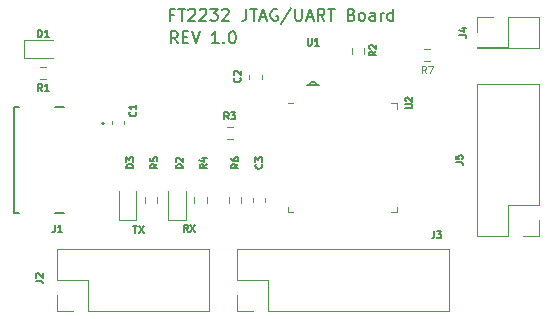
<source format=gbr>
%TF.GenerationSoftware,KiCad,Pcbnew,7.0.6*%
%TF.CreationDate,2023-11-01T23:53:57-04:00*%
%TF.ProjectId,FT2232_Board,46543232-3332-45f4-926f-6172642e6b69,rev?*%
%TF.SameCoordinates,Original*%
%TF.FileFunction,Legend,Top*%
%TF.FilePolarity,Positive*%
%FSLAX46Y46*%
G04 Gerber Fmt 4.6, Leading zero omitted, Abs format (unit mm)*
G04 Created by KiCad (PCBNEW 7.0.6) date 2023-11-01 23:53:57*
%MOMM*%
%LPD*%
G01*
G04 APERTURE LIST*
%ADD10C,0.150000*%
%ADD11C,0.125000*%
%ADD12C,0.152400*%
%ADD13C,0.120000*%
%ADD14C,0.127000*%
%ADD15C,0.200000*%
G04 APERTURE END LIST*
D10*
X120618407Y-77746219D02*
X120285074Y-77270028D01*
X120046979Y-77746219D02*
X120046979Y-76746219D01*
X120046979Y-76746219D02*
X120427931Y-76746219D01*
X120427931Y-76746219D02*
X120523169Y-76793838D01*
X120523169Y-76793838D02*
X120570788Y-76841457D01*
X120570788Y-76841457D02*
X120618407Y-76936695D01*
X120618407Y-76936695D02*
X120618407Y-77079552D01*
X120618407Y-77079552D02*
X120570788Y-77174790D01*
X120570788Y-77174790D02*
X120523169Y-77222409D01*
X120523169Y-77222409D02*
X120427931Y-77270028D01*
X120427931Y-77270028D02*
X120046979Y-77270028D01*
X121046979Y-77222409D02*
X121380312Y-77222409D01*
X121523169Y-77746219D02*
X121046979Y-77746219D01*
X121046979Y-77746219D02*
X121046979Y-76746219D01*
X121046979Y-76746219D02*
X121523169Y-76746219D01*
X121808884Y-76746219D02*
X122142217Y-77746219D01*
X122142217Y-77746219D02*
X122475550Y-76746219D01*
X124094598Y-77746219D02*
X123523170Y-77746219D01*
X123808884Y-77746219D02*
X123808884Y-76746219D01*
X123808884Y-76746219D02*
X123713646Y-76889076D01*
X123713646Y-76889076D02*
X123618408Y-76984314D01*
X123618408Y-76984314D02*
X123523170Y-77031933D01*
X124523170Y-77650980D02*
X124570789Y-77698600D01*
X124570789Y-77698600D02*
X124523170Y-77746219D01*
X124523170Y-77746219D02*
X124475551Y-77698600D01*
X124475551Y-77698600D02*
X124523170Y-77650980D01*
X124523170Y-77650980D02*
X124523170Y-77746219D01*
X125189836Y-76746219D02*
X125285074Y-76746219D01*
X125285074Y-76746219D02*
X125380312Y-76793838D01*
X125380312Y-76793838D02*
X125427931Y-76841457D01*
X125427931Y-76841457D02*
X125475550Y-76936695D01*
X125475550Y-76936695D02*
X125523169Y-77127171D01*
X125523169Y-77127171D02*
X125523169Y-77365266D01*
X125523169Y-77365266D02*
X125475550Y-77555742D01*
X125475550Y-77555742D02*
X125427931Y-77650980D01*
X125427931Y-77650980D02*
X125380312Y-77698600D01*
X125380312Y-77698600D02*
X125285074Y-77746219D01*
X125285074Y-77746219D02*
X125189836Y-77746219D01*
X125189836Y-77746219D02*
X125094598Y-77698600D01*
X125094598Y-77698600D02*
X125046979Y-77650980D01*
X125046979Y-77650980D02*
X124999360Y-77555742D01*
X124999360Y-77555742D02*
X124951741Y-77365266D01*
X124951741Y-77365266D02*
X124951741Y-77127171D01*
X124951741Y-77127171D02*
X124999360Y-76936695D01*
X124999360Y-76936695D02*
X125046979Y-76841457D01*
X125046979Y-76841457D02*
X125094598Y-76793838D01*
X125094598Y-76793838D02*
X125189836Y-76746219D01*
X120278712Y-75317409D02*
X119945379Y-75317409D01*
X119945379Y-75841219D02*
X119945379Y-74841219D01*
X119945379Y-74841219D02*
X120421569Y-74841219D01*
X120659665Y-74841219D02*
X121231093Y-74841219D01*
X120945379Y-75841219D02*
X120945379Y-74841219D01*
X121516808Y-74936457D02*
X121564427Y-74888838D01*
X121564427Y-74888838D02*
X121659665Y-74841219D01*
X121659665Y-74841219D02*
X121897760Y-74841219D01*
X121897760Y-74841219D02*
X121992998Y-74888838D01*
X121992998Y-74888838D02*
X122040617Y-74936457D01*
X122040617Y-74936457D02*
X122088236Y-75031695D01*
X122088236Y-75031695D02*
X122088236Y-75126933D01*
X122088236Y-75126933D02*
X122040617Y-75269790D01*
X122040617Y-75269790D02*
X121469189Y-75841219D01*
X121469189Y-75841219D02*
X122088236Y-75841219D01*
X122469189Y-74936457D02*
X122516808Y-74888838D01*
X122516808Y-74888838D02*
X122612046Y-74841219D01*
X122612046Y-74841219D02*
X122850141Y-74841219D01*
X122850141Y-74841219D02*
X122945379Y-74888838D01*
X122945379Y-74888838D02*
X122992998Y-74936457D01*
X122992998Y-74936457D02*
X123040617Y-75031695D01*
X123040617Y-75031695D02*
X123040617Y-75126933D01*
X123040617Y-75126933D02*
X122992998Y-75269790D01*
X122992998Y-75269790D02*
X122421570Y-75841219D01*
X122421570Y-75841219D02*
X123040617Y-75841219D01*
X123373951Y-74841219D02*
X123992998Y-74841219D01*
X123992998Y-74841219D02*
X123659665Y-75222171D01*
X123659665Y-75222171D02*
X123802522Y-75222171D01*
X123802522Y-75222171D02*
X123897760Y-75269790D01*
X123897760Y-75269790D02*
X123945379Y-75317409D01*
X123945379Y-75317409D02*
X123992998Y-75412647D01*
X123992998Y-75412647D02*
X123992998Y-75650742D01*
X123992998Y-75650742D02*
X123945379Y-75745980D01*
X123945379Y-75745980D02*
X123897760Y-75793600D01*
X123897760Y-75793600D02*
X123802522Y-75841219D01*
X123802522Y-75841219D02*
X123516808Y-75841219D01*
X123516808Y-75841219D02*
X123421570Y-75793600D01*
X123421570Y-75793600D02*
X123373951Y-75745980D01*
X124373951Y-74936457D02*
X124421570Y-74888838D01*
X124421570Y-74888838D02*
X124516808Y-74841219D01*
X124516808Y-74841219D02*
X124754903Y-74841219D01*
X124754903Y-74841219D02*
X124850141Y-74888838D01*
X124850141Y-74888838D02*
X124897760Y-74936457D01*
X124897760Y-74936457D02*
X124945379Y-75031695D01*
X124945379Y-75031695D02*
X124945379Y-75126933D01*
X124945379Y-75126933D02*
X124897760Y-75269790D01*
X124897760Y-75269790D02*
X124326332Y-75841219D01*
X124326332Y-75841219D02*
X124945379Y-75841219D01*
X126421570Y-74841219D02*
X126421570Y-75555504D01*
X126421570Y-75555504D02*
X126373951Y-75698361D01*
X126373951Y-75698361D02*
X126278713Y-75793600D01*
X126278713Y-75793600D02*
X126135856Y-75841219D01*
X126135856Y-75841219D02*
X126040618Y-75841219D01*
X126754904Y-74841219D02*
X127326332Y-74841219D01*
X127040618Y-75841219D02*
X127040618Y-74841219D01*
X127612047Y-75555504D02*
X128088237Y-75555504D01*
X127516809Y-75841219D02*
X127850142Y-74841219D01*
X127850142Y-74841219D02*
X128183475Y-75841219D01*
X129040618Y-74888838D02*
X128945380Y-74841219D01*
X128945380Y-74841219D02*
X128802523Y-74841219D01*
X128802523Y-74841219D02*
X128659666Y-74888838D01*
X128659666Y-74888838D02*
X128564428Y-74984076D01*
X128564428Y-74984076D02*
X128516809Y-75079314D01*
X128516809Y-75079314D02*
X128469190Y-75269790D01*
X128469190Y-75269790D02*
X128469190Y-75412647D01*
X128469190Y-75412647D02*
X128516809Y-75603123D01*
X128516809Y-75603123D02*
X128564428Y-75698361D01*
X128564428Y-75698361D02*
X128659666Y-75793600D01*
X128659666Y-75793600D02*
X128802523Y-75841219D01*
X128802523Y-75841219D02*
X128897761Y-75841219D01*
X128897761Y-75841219D02*
X129040618Y-75793600D01*
X129040618Y-75793600D02*
X129088237Y-75745980D01*
X129088237Y-75745980D02*
X129088237Y-75412647D01*
X129088237Y-75412647D02*
X128897761Y-75412647D01*
X130231094Y-74793600D02*
X129373952Y-76079314D01*
X130564428Y-74841219D02*
X130564428Y-75650742D01*
X130564428Y-75650742D02*
X130612047Y-75745980D01*
X130612047Y-75745980D02*
X130659666Y-75793600D01*
X130659666Y-75793600D02*
X130754904Y-75841219D01*
X130754904Y-75841219D02*
X130945380Y-75841219D01*
X130945380Y-75841219D02*
X131040618Y-75793600D01*
X131040618Y-75793600D02*
X131088237Y-75745980D01*
X131088237Y-75745980D02*
X131135856Y-75650742D01*
X131135856Y-75650742D02*
X131135856Y-74841219D01*
X131564428Y-75555504D02*
X132040618Y-75555504D01*
X131469190Y-75841219D02*
X131802523Y-74841219D01*
X131802523Y-74841219D02*
X132135856Y-75841219D01*
X133040618Y-75841219D02*
X132707285Y-75365028D01*
X132469190Y-75841219D02*
X132469190Y-74841219D01*
X132469190Y-74841219D02*
X132850142Y-74841219D01*
X132850142Y-74841219D02*
X132945380Y-74888838D01*
X132945380Y-74888838D02*
X132992999Y-74936457D01*
X132992999Y-74936457D02*
X133040618Y-75031695D01*
X133040618Y-75031695D02*
X133040618Y-75174552D01*
X133040618Y-75174552D02*
X132992999Y-75269790D01*
X132992999Y-75269790D02*
X132945380Y-75317409D01*
X132945380Y-75317409D02*
X132850142Y-75365028D01*
X132850142Y-75365028D02*
X132469190Y-75365028D01*
X133326333Y-74841219D02*
X133897761Y-74841219D01*
X133612047Y-75841219D02*
X133612047Y-74841219D01*
X135326333Y-75317409D02*
X135469190Y-75365028D01*
X135469190Y-75365028D02*
X135516809Y-75412647D01*
X135516809Y-75412647D02*
X135564428Y-75507885D01*
X135564428Y-75507885D02*
X135564428Y-75650742D01*
X135564428Y-75650742D02*
X135516809Y-75745980D01*
X135516809Y-75745980D02*
X135469190Y-75793600D01*
X135469190Y-75793600D02*
X135373952Y-75841219D01*
X135373952Y-75841219D02*
X134993000Y-75841219D01*
X134993000Y-75841219D02*
X134993000Y-74841219D01*
X134993000Y-74841219D02*
X135326333Y-74841219D01*
X135326333Y-74841219D02*
X135421571Y-74888838D01*
X135421571Y-74888838D02*
X135469190Y-74936457D01*
X135469190Y-74936457D02*
X135516809Y-75031695D01*
X135516809Y-75031695D02*
X135516809Y-75126933D01*
X135516809Y-75126933D02*
X135469190Y-75222171D01*
X135469190Y-75222171D02*
X135421571Y-75269790D01*
X135421571Y-75269790D02*
X135326333Y-75317409D01*
X135326333Y-75317409D02*
X134993000Y-75317409D01*
X136135857Y-75841219D02*
X136040619Y-75793600D01*
X136040619Y-75793600D02*
X135993000Y-75745980D01*
X135993000Y-75745980D02*
X135945381Y-75650742D01*
X135945381Y-75650742D02*
X135945381Y-75365028D01*
X135945381Y-75365028D02*
X135993000Y-75269790D01*
X135993000Y-75269790D02*
X136040619Y-75222171D01*
X136040619Y-75222171D02*
X136135857Y-75174552D01*
X136135857Y-75174552D02*
X136278714Y-75174552D01*
X136278714Y-75174552D02*
X136373952Y-75222171D01*
X136373952Y-75222171D02*
X136421571Y-75269790D01*
X136421571Y-75269790D02*
X136469190Y-75365028D01*
X136469190Y-75365028D02*
X136469190Y-75650742D01*
X136469190Y-75650742D02*
X136421571Y-75745980D01*
X136421571Y-75745980D02*
X136373952Y-75793600D01*
X136373952Y-75793600D02*
X136278714Y-75841219D01*
X136278714Y-75841219D02*
X136135857Y-75841219D01*
X137326333Y-75841219D02*
X137326333Y-75317409D01*
X137326333Y-75317409D02*
X137278714Y-75222171D01*
X137278714Y-75222171D02*
X137183476Y-75174552D01*
X137183476Y-75174552D02*
X136993000Y-75174552D01*
X136993000Y-75174552D02*
X136897762Y-75222171D01*
X137326333Y-75793600D02*
X137231095Y-75841219D01*
X137231095Y-75841219D02*
X136993000Y-75841219D01*
X136993000Y-75841219D02*
X136897762Y-75793600D01*
X136897762Y-75793600D02*
X136850143Y-75698361D01*
X136850143Y-75698361D02*
X136850143Y-75603123D01*
X136850143Y-75603123D02*
X136897762Y-75507885D01*
X136897762Y-75507885D02*
X136993000Y-75460266D01*
X136993000Y-75460266D02*
X137231095Y-75460266D01*
X137231095Y-75460266D02*
X137326333Y-75412647D01*
X137802524Y-75841219D02*
X137802524Y-75174552D01*
X137802524Y-75365028D02*
X137850143Y-75269790D01*
X137850143Y-75269790D02*
X137897762Y-75222171D01*
X137897762Y-75222171D02*
X137993000Y-75174552D01*
X137993000Y-75174552D02*
X138088238Y-75174552D01*
X138850143Y-75841219D02*
X138850143Y-74841219D01*
X138850143Y-75793600D02*
X138754905Y-75841219D01*
X138754905Y-75841219D02*
X138564429Y-75841219D01*
X138564429Y-75841219D02*
X138469191Y-75793600D01*
X138469191Y-75793600D02*
X138421572Y-75745980D01*
X138421572Y-75745980D02*
X138373953Y-75650742D01*
X138373953Y-75650742D02*
X138373953Y-75365028D01*
X138373953Y-75365028D02*
X138421572Y-75269790D01*
X138421572Y-75269790D02*
X138469191Y-75222171D01*
X138469191Y-75222171D02*
X138564429Y-75174552D01*
X138564429Y-75174552D02*
X138754905Y-75174552D01*
X138754905Y-75174552D02*
X138850143Y-75222171D01*
X116843426Y-93197171D02*
X117186284Y-93197171D01*
X117014855Y-93797171D02*
X117014855Y-93197171D01*
X117329141Y-93197171D02*
X117729141Y-93797171D01*
X117729141Y-93197171D02*
X117329141Y-93797171D01*
X121488398Y-93695571D02*
X121288398Y-93409857D01*
X121145541Y-93695571D02*
X121145541Y-93095571D01*
X121145541Y-93095571D02*
X121374112Y-93095571D01*
X121374112Y-93095571D02*
X121431255Y-93124142D01*
X121431255Y-93124142D02*
X121459826Y-93152714D01*
X121459826Y-93152714D02*
X121488398Y-93209857D01*
X121488398Y-93209857D02*
X121488398Y-93295571D01*
X121488398Y-93295571D02*
X121459826Y-93352714D01*
X121459826Y-93352714D02*
X121431255Y-93381285D01*
X121431255Y-93381285D02*
X121374112Y-93409857D01*
X121374112Y-93409857D02*
X121145541Y-93409857D01*
X121688398Y-93095571D02*
X122088398Y-93695571D01*
X122088398Y-93095571D02*
X121688398Y-93695571D01*
X131622857Y-77342971D02*
X131622857Y-77828685D01*
X131622857Y-77828685D02*
X131651428Y-77885828D01*
X131651428Y-77885828D02*
X131680000Y-77914400D01*
X131680000Y-77914400D02*
X131737142Y-77942971D01*
X131737142Y-77942971D02*
X131851428Y-77942971D01*
X131851428Y-77942971D02*
X131908571Y-77914400D01*
X131908571Y-77914400D02*
X131937142Y-77885828D01*
X131937142Y-77885828D02*
X131965714Y-77828685D01*
X131965714Y-77828685D02*
X131965714Y-77342971D01*
X132565713Y-77942971D02*
X132222856Y-77942971D01*
X132394285Y-77942971D02*
X132394285Y-77342971D01*
X132394285Y-77342971D02*
X132337142Y-77428685D01*
X132337142Y-77428685D02*
X132279999Y-77485828D01*
X132279999Y-77485828D02*
X132222856Y-77514400D01*
X139877771Y-83261142D02*
X140363485Y-83261142D01*
X140363485Y-83261142D02*
X140420628Y-83232571D01*
X140420628Y-83232571D02*
X140449200Y-83204000D01*
X140449200Y-83204000D02*
X140477771Y-83146857D01*
X140477771Y-83146857D02*
X140477771Y-83032571D01*
X140477771Y-83032571D02*
X140449200Y-82975428D01*
X140449200Y-82975428D02*
X140420628Y-82946857D01*
X140420628Y-82946857D02*
X140363485Y-82918285D01*
X140363485Y-82918285D02*
X139877771Y-82918285D01*
X139934914Y-82661143D02*
X139906342Y-82632571D01*
X139906342Y-82632571D02*
X139877771Y-82575429D01*
X139877771Y-82575429D02*
X139877771Y-82432571D01*
X139877771Y-82432571D02*
X139906342Y-82375429D01*
X139906342Y-82375429D02*
X139934914Y-82346857D01*
X139934914Y-82346857D02*
X139992057Y-82318286D01*
X139992057Y-82318286D02*
X140049200Y-82318286D01*
X140049200Y-82318286D02*
X140134914Y-82346857D01*
X140134914Y-82346857D02*
X140477771Y-82689714D01*
X140477771Y-82689714D02*
X140477771Y-82318286D01*
X109120000Y-81803771D02*
X108920000Y-81518057D01*
X108777143Y-81803771D02*
X108777143Y-81203771D01*
X108777143Y-81203771D02*
X109005714Y-81203771D01*
X109005714Y-81203771D02*
X109062857Y-81232342D01*
X109062857Y-81232342D02*
X109091428Y-81260914D01*
X109091428Y-81260914D02*
X109120000Y-81318057D01*
X109120000Y-81318057D02*
X109120000Y-81403771D01*
X109120000Y-81403771D02*
X109091428Y-81460914D01*
X109091428Y-81460914D02*
X109062857Y-81489485D01*
X109062857Y-81489485D02*
X109005714Y-81518057D01*
X109005714Y-81518057D02*
X108777143Y-81518057D01*
X109691428Y-81803771D02*
X109348571Y-81803771D01*
X109520000Y-81803771D02*
X109520000Y-81203771D01*
X109520000Y-81203771D02*
X109462857Y-81289485D01*
X109462857Y-81289485D02*
X109405714Y-81346628D01*
X109405714Y-81346628D02*
X109348571Y-81375200D01*
D11*
X141632000Y-80281071D02*
X141432000Y-79995357D01*
X141289143Y-80281071D02*
X141289143Y-79681071D01*
X141289143Y-79681071D02*
X141517714Y-79681071D01*
X141517714Y-79681071D02*
X141574857Y-79709642D01*
X141574857Y-79709642D02*
X141603428Y-79738214D01*
X141603428Y-79738214D02*
X141632000Y-79795357D01*
X141632000Y-79795357D02*
X141632000Y-79881071D01*
X141632000Y-79881071D02*
X141603428Y-79938214D01*
X141603428Y-79938214D02*
X141574857Y-79966785D01*
X141574857Y-79966785D02*
X141517714Y-79995357D01*
X141517714Y-79995357D02*
X141289143Y-79995357D01*
X141832000Y-79681071D02*
X142232000Y-79681071D01*
X142232000Y-79681071D02*
X141974857Y-80281071D01*
D10*
X123078771Y-88007499D02*
X122793057Y-88207499D01*
X123078771Y-88350356D02*
X122478771Y-88350356D01*
X122478771Y-88350356D02*
X122478771Y-88121785D01*
X122478771Y-88121785D02*
X122507342Y-88064642D01*
X122507342Y-88064642D02*
X122535914Y-88036071D01*
X122535914Y-88036071D02*
X122593057Y-88007499D01*
X122593057Y-88007499D02*
X122678771Y-88007499D01*
X122678771Y-88007499D02*
X122735914Y-88036071D01*
X122735914Y-88036071D02*
X122764485Y-88064642D01*
X122764485Y-88064642D02*
X122793057Y-88121785D01*
X122793057Y-88121785D02*
X122793057Y-88350356D01*
X122678771Y-87493214D02*
X123078771Y-87493214D01*
X122450200Y-87636071D02*
X122878771Y-87778928D01*
X122878771Y-87778928D02*
X122878771Y-87407499D01*
X118887771Y-87983999D02*
X118602057Y-88183999D01*
X118887771Y-88326856D02*
X118287771Y-88326856D01*
X118287771Y-88326856D02*
X118287771Y-88098285D01*
X118287771Y-88098285D02*
X118316342Y-88041142D01*
X118316342Y-88041142D02*
X118344914Y-88012571D01*
X118344914Y-88012571D02*
X118402057Y-87983999D01*
X118402057Y-87983999D02*
X118487771Y-87983999D01*
X118487771Y-87983999D02*
X118544914Y-88012571D01*
X118544914Y-88012571D02*
X118573485Y-88041142D01*
X118573485Y-88041142D02*
X118602057Y-88098285D01*
X118602057Y-88098285D02*
X118602057Y-88326856D01*
X118287771Y-87441142D02*
X118287771Y-87726856D01*
X118287771Y-87726856D02*
X118573485Y-87755428D01*
X118573485Y-87755428D02*
X118544914Y-87726856D01*
X118544914Y-87726856D02*
X118516342Y-87669714D01*
X118516342Y-87669714D02*
X118516342Y-87526856D01*
X118516342Y-87526856D02*
X118544914Y-87469714D01*
X118544914Y-87469714D02*
X118573485Y-87441142D01*
X118573485Y-87441142D02*
X118630628Y-87412571D01*
X118630628Y-87412571D02*
X118773485Y-87412571D01*
X118773485Y-87412571D02*
X118830628Y-87441142D01*
X118830628Y-87441142D02*
X118859200Y-87469714D01*
X118859200Y-87469714D02*
X118887771Y-87526856D01*
X118887771Y-87526856D02*
X118887771Y-87669714D01*
X118887771Y-87669714D02*
X118859200Y-87726856D01*
X118859200Y-87726856D02*
X118830628Y-87755428D01*
X137429771Y-78431699D02*
X137144057Y-78631699D01*
X137429771Y-78774556D02*
X136829771Y-78774556D01*
X136829771Y-78774556D02*
X136829771Y-78545985D01*
X136829771Y-78545985D02*
X136858342Y-78488842D01*
X136858342Y-78488842D02*
X136886914Y-78460271D01*
X136886914Y-78460271D02*
X136944057Y-78431699D01*
X136944057Y-78431699D02*
X137029771Y-78431699D01*
X137029771Y-78431699D02*
X137086914Y-78460271D01*
X137086914Y-78460271D02*
X137115485Y-78488842D01*
X137115485Y-78488842D02*
X137144057Y-78545985D01*
X137144057Y-78545985D02*
X137144057Y-78774556D01*
X136886914Y-78203128D02*
X136858342Y-78174556D01*
X136858342Y-78174556D02*
X136829771Y-78117414D01*
X136829771Y-78117414D02*
X136829771Y-77974556D01*
X136829771Y-77974556D02*
X136858342Y-77917414D01*
X136858342Y-77917414D02*
X136886914Y-77888842D01*
X136886914Y-77888842D02*
X136944057Y-77860271D01*
X136944057Y-77860271D02*
X137001200Y-77860271D01*
X137001200Y-77860271D02*
X137086914Y-77888842D01*
X137086914Y-77888842D02*
X137429771Y-78231699D01*
X137429771Y-78231699D02*
X137429771Y-77860271D01*
X124918800Y-84191371D02*
X124718800Y-83905657D01*
X124575943Y-84191371D02*
X124575943Y-83591371D01*
X124575943Y-83591371D02*
X124804514Y-83591371D01*
X124804514Y-83591371D02*
X124861657Y-83619942D01*
X124861657Y-83619942D02*
X124890228Y-83648514D01*
X124890228Y-83648514D02*
X124918800Y-83705657D01*
X124918800Y-83705657D02*
X124918800Y-83791371D01*
X124918800Y-83791371D02*
X124890228Y-83848514D01*
X124890228Y-83848514D02*
X124861657Y-83877085D01*
X124861657Y-83877085D02*
X124804514Y-83905657D01*
X124804514Y-83905657D02*
X124575943Y-83905657D01*
X125118800Y-83591371D02*
X125490228Y-83591371D01*
X125490228Y-83591371D02*
X125290228Y-83819942D01*
X125290228Y-83819942D02*
X125375943Y-83819942D01*
X125375943Y-83819942D02*
X125433086Y-83848514D01*
X125433086Y-83848514D02*
X125461657Y-83877085D01*
X125461657Y-83877085D02*
X125490228Y-83934228D01*
X125490228Y-83934228D02*
X125490228Y-84077085D01*
X125490228Y-84077085D02*
X125461657Y-84134228D01*
X125461657Y-84134228D02*
X125433086Y-84162800D01*
X125433086Y-84162800D02*
X125375943Y-84191371D01*
X125375943Y-84191371D02*
X125204514Y-84191371D01*
X125204514Y-84191371D02*
X125147371Y-84162800D01*
X125147371Y-84162800D02*
X125118800Y-84134228D01*
X125745771Y-87983999D02*
X125460057Y-88183999D01*
X125745771Y-88326856D02*
X125145771Y-88326856D01*
X125145771Y-88326856D02*
X125145771Y-88098285D01*
X125145771Y-88098285D02*
X125174342Y-88041142D01*
X125174342Y-88041142D02*
X125202914Y-88012571D01*
X125202914Y-88012571D02*
X125260057Y-87983999D01*
X125260057Y-87983999D02*
X125345771Y-87983999D01*
X125345771Y-87983999D02*
X125402914Y-88012571D01*
X125402914Y-88012571D02*
X125431485Y-88041142D01*
X125431485Y-88041142D02*
X125460057Y-88098285D01*
X125460057Y-88098285D02*
X125460057Y-88326856D01*
X125145771Y-87469714D02*
X125145771Y-87583999D01*
X125145771Y-87583999D02*
X125174342Y-87641142D01*
X125174342Y-87641142D02*
X125202914Y-87669714D01*
X125202914Y-87669714D02*
X125288628Y-87726856D01*
X125288628Y-87726856D02*
X125402914Y-87755428D01*
X125402914Y-87755428D02*
X125631485Y-87755428D01*
X125631485Y-87755428D02*
X125688628Y-87726856D01*
X125688628Y-87726856D02*
X125717200Y-87698285D01*
X125717200Y-87698285D02*
X125745771Y-87641142D01*
X125745771Y-87641142D02*
X125745771Y-87526856D01*
X125745771Y-87526856D02*
X125717200Y-87469714D01*
X125717200Y-87469714D02*
X125688628Y-87441142D01*
X125688628Y-87441142D02*
X125631485Y-87412571D01*
X125631485Y-87412571D02*
X125488628Y-87412571D01*
X125488628Y-87412571D02*
X125431485Y-87441142D01*
X125431485Y-87441142D02*
X125402914Y-87469714D01*
X125402914Y-87469714D02*
X125374342Y-87526856D01*
X125374342Y-87526856D02*
X125374342Y-87641142D01*
X125374342Y-87641142D02*
X125402914Y-87698285D01*
X125402914Y-87698285D02*
X125431485Y-87726856D01*
X125431485Y-87726856D02*
X125488628Y-87755428D01*
X144449771Y-77035000D02*
X144878342Y-77035000D01*
X144878342Y-77035000D02*
X144964057Y-77063571D01*
X144964057Y-77063571D02*
X145021200Y-77120714D01*
X145021200Y-77120714D02*
X145049771Y-77206428D01*
X145049771Y-77206428D02*
X145049771Y-77263571D01*
X144649771Y-76492143D02*
X145049771Y-76492143D01*
X144421200Y-76635000D02*
X144849771Y-76777857D01*
X144849771Y-76777857D02*
X144849771Y-76406428D01*
X142344799Y-93649771D02*
X142344799Y-94078342D01*
X142344799Y-94078342D02*
X142316228Y-94164057D01*
X142316228Y-94164057D02*
X142259085Y-94221200D01*
X142259085Y-94221200D02*
X142173371Y-94249771D01*
X142173371Y-94249771D02*
X142116228Y-94249771D01*
X142573371Y-93649771D02*
X142944799Y-93649771D01*
X142944799Y-93649771D02*
X142744799Y-93878342D01*
X142744799Y-93878342D02*
X142830514Y-93878342D01*
X142830514Y-93878342D02*
X142887657Y-93906914D01*
X142887657Y-93906914D02*
X142916228Y-93935485D01*
X142916228Y-93935485D02*
X142944799Y-93992628D01*
X142944799Y-93992628D02*
X142944799Y-94135485D01*
X142944799Y-94135485D02*
X142916228Y-94192628D01*
X142916228Y-94192628D02*
X142887657Y-94221200D01*
X142887657Y-94221200D02*
X142830514Y-94249771D01*
X142830514Y-94249771D02*
X142659085Y-94249771D01*
X142659085Y-94249771D02*
X142601942Y-94221200D01*
X142601942Y-94221200D02*
X142573371Y-94192628D01*
X144144971Y-87830000D02*
X144573542Y-87830000D01*
X144573542Y-87830000D02*
X144659257Y-87858571D01*
X144659257Y-87858571D02*
X144716400Y-87915714D01*
X144716400Y-87915714D02*
X144744971Y-88001428D01*
X144744971Y-88001428D02*
X144744971Y-88058571D01*
X144144971Y-87258571D02*
X144144971Y-87544285D01*
X144144971Y-87544285D02*
X144430685Y-87572857D01*
X144430685Y-87572857D02*
X144402114Y-87544285D01*
X144402114Y-87544285D02*
X144373542Y-87487143D01*
X144373542Y-87487143D02*
X144373542Y-87344285D01*
X144373542Y-87344285D02*
X144402114Y-87287143D01*
X144402114Y-87287143D02*
X144430685Y-87258571D01*
X144430685Y-87258571D02*
X144487828Y-87230000D01*
X144487828Y-87230000D02*
X144630685Y-87230000D01*
X144630685Y-87230000D02*
X144687828Y-87258571D01*
X144687828Y-87258571D02*
X144716400Y-87287143D01*
X144716400Y-87287143D02*
X144744971Y-87344285D01*
X144744971Y-87344285D02*
X144744971Y-87487143D01*
X144744971Y-87487143D02*
X144716400Y-87544285D01*
X144716400Y-87544285D02*
X144687828Y-87572857D01*
X108584971Y-97837600D02*
X109013542Y-97837600D01*
X109013542Y-97837600D02*
X109099257Y-97866171D01*
X109099257Y-97866171D02*
X109156400Y-97923314D01*
X109156400Y-97923314D02*
X109184971Y-98009028D01*
X109184971Y-98009028D02*
X109184971Y-98066171D01*
X108642114Y-97580457D02*
X108613542Y-97551885D01*
X108613542Y-97551885D02*
X108584971Y-97494743D01*
X108584971Y-97494743D02*
X108584971Y-97351885D01*
X108584971Y-97351885D02*
X108613542Y-97294743D01*
X108613542Y-97294743D02*
X108642114Y-97266171D01*
X108642114Y-97266171D02*
X108699257Y-97237600D01*
X108699257Y-97237600D02*
X108756400Y-97237600D01*
X108756400Y-97237600D02*
X108842114Y-97266171D01*
X108842114Y-97266171D02*
X109184971Y-97609028D01*
X109184971Y-97609028D02*
X109184971Y-97237600D01*
X110224499Y-93141771D02*
X110224499Y-93570342D01*
X110224499Y-93570342D02*
X110195928Y-93656057D01*
X110195928Y-93656057D02*
X110138785Y-93713200D01*
X110138785Y-93713200D02*
X110053071Y-93741771D01*
X110053071Y-93741771D02*
X109995928Y-93741771D01*
X110824499Y-93741771D02*
X110481642Y-93741771D01*
X110653071Y-93741771D02*
X110653071Y-93141771D01*
X110653071Y-93141771D02*
X110595928Y-93227485D01*
X110595928Y-93227485D02*
X110538785Y-93284628D01*
X110538785Y-93284628D02*
X110481642Y-93313200D01*
X108777143Y-77231771D02*
X108777143Y-76631771D01*
X108777143Y-76631771D02*
X108920000Y-76631771D01*
X108920000Y-76631771D02*
X109005714Y-76660342D01*
X109005714Y-76660342D02*
X109062857Y-76717485D01*
X109062857Y-76717485D02*
X109091428Y-76774628D01*
X109091428Y-76774628D02*
X109120000Y-76888914D01*
X109120000Y-76888914D02*
X109120000Y-76974628D01*
X109120000Y-76974628D02*
X109091428Y-77088914D01*
X109091428Y-77088914D02*
X109062857Y-77146057D01*
X109062857Y-77146057D02*
X109005714Y-77203200D01*
X109005714Y-77203200D02*
X108920000Y-77231771D01*
X108920000Y-77231771D02*
X108777143Y-77231771D01*
X109691428Y-77231771D02*
X109348571Y-77231771D01*
X109520000Y-77231771D02*
X109520000Y-76631771D01*
X109520000Y-76631771D02*
X109462857Y-76717485D01*
X109462857Y-76717485D02*
X109405714Y-76774628D01*
X109405714Y-76774628D02*
X109348571Y-76803200D01*
X121046771Y-88350356D02*
X120446771Y-88350356D01*
X120446771Y-88350356D02*
X120446771Y-88207499D01*
X120446771Y-88207499D02*
X120475342Y-88121785D01*
X120475342Y-88121785D02*
X120532485Y-88064642D01*
X120532485Y-88064642D02*
X120589628Y-88036071D01*
X120589628Y-88036071D02*
X120703914Y-88007499D01*
X120703914Y-88007499D02*
X120789628Y-88007499D01*
X120789628Y-88007499D02*
X120903914Y-88036071D01*
X120903914Y-88036071D02*
X120961057Y-88064642D01*
X120961057Y-88064642D02*
X121018200Y-88121785D01*
X121018200Y-88121785D02*
X121046771Y-88207499D01*
X121046771Y-88207499D02*
X121046771Y-88350356D01*
X120503914Y-87778928D02*
X120475342Y-87750356D01*
X120475342Y-87750356D02*
X120446771Y-87693214D01*
X120446771Y-87693214D02*
X120446771Y-87550356D01*
X120446771Y-87550356D02*
X120475342Y-87493214D01*
X120475342Y-87493214D02*
X120503914Y-87464642D01*
X120503914Y-87464642D02*
X120561057Y-87436071D01*
X120561057Y-87436071D02*
X120618200Y-87436071D01*
X120618200Y-87436071D02*
X120703914Y-87464642D01*
X120703914Y-87464642D02*
X121046771Y-87807499D01*
X121046771Y-87807499D02*
X121046771Y-87436071D01*
X116855771Y-88326856D02*
X116255771Y-88326856D01*
X116255771Y-88326856D02*
X116255771Y-88183999D01*
X116255771Y-88183999D02*
X116284342Y-88098285D01*
X116284342Y-88098285D02*
X116341485Y-88041142D01*
X116341485Y-88041142D02*
X116398628Y-88012571D01*
X116398628Y-88012571D02*
X116512914Y-87983999D01*
X116512914Y-87983999D02*
X116598628Y-87983999D01*
X116598628Y-87983999D02*
X116712914Y-88012571D01*
X116712914Y-88012571D02*
X116770057Y-88041142D01*
X116770057Y-88041142D02*
X116827200Y-88098285D01*
X116827200Y-88098285D02*
X116855771Y-88183999D01*
X116855771Y-88183999D02*
X116855771Y-88326856D01*
X116255771Y-87783999D02*
X116255771Y-87412571D01*
X116255771Y-87412571D02*
X116484342Y-87612571D01*
X116484342Y-87612571D02*
X116484342Y-87526856D01*
X116484342Y-87526856D02*
X116512914Y-87469714D01*
X116512914Y-87469714D02*
X116541485Y-87441142D01*
X116541485Y-87441142D02*
X116598628Y-87412571D01*
X116598628Y-87412571D02*
X116741485Y-87412571D01*
X116741485Y-87412571D02*
X116798628Y-87441142D01*
X116798628Y-87441142D02*
X116827200Y-87469714D01*
X116827200Y-87469714D02*
X116855771Y-87526856D01*
X116855771Y-87526856D02*
X116855771Y-87698285D01*
X116855771Y-87698285D02*
X116827200Y-87755428D01*
X116827200Y-87755428D02*
X116798628Y-87783999D01*
X117052628Y-83564399D02*
X117081200Y-83592971D01*
X117081200Y-83592971D02*
X117109771Y-83678685D01*
X117109771Y-83678685D02*
X117109771Y-83735828D01*
X117109771Y-83735828D02*
X117081200Y-83821542D01*
X117081200Y-83821542D02*
X117024057Y-83878685D01*
X117024057Y-83878685D02*
X116966914Y-83907256D01*
X116966914Y-83907256D02*
X116852628Y-83935828D01*
X116852628Y-83935828D02*
X116766914Y-83935828D01*
X116766914Y-83935828D02*
X116652628Y-83907256D01*
X116652628Y-83907256D02*
X116595485Y-83878685D01*
X116595485Y-83878685D02*
X116538342Y-83821542D01*
X116538342Y-83821542D02*
X116509771Y-83735828D01*
X116509771Y-83735828D02*
X116509771Y-83678685D01*
X116509771Y-83678685D02*
X116538342Y-83592971D01*
X116538342Y-83592971D02*
X116566914Y-83564399D01*
X117109771Y-82992971D02*
X117109771Y-83335828D01*
X117109771Y-83164399D02*
X116509771Y-83164399D01*
X116509771Y-83164399D02*
X116595485Y-83221542D01*
X116595485Y-83221542D02*
X116652628Y-83278685D01*
X116652628Y-83278685D02*
X116681200Y-83335828D01*
X125891828Y-80655999D02*
X125920400Y-80684571D01*
X125920400Y-80684571D02*
X125948971Y-80770285D01*
X125948971Y-80770285D02*
X125948971Y-80827428D01*
X125948971Y-80827428D02*
X125920400Y-80913142D01*
X125920400Y-80913142D02*
X125863257Y-80970285D01*
X125863257Y-80970285D02*
X125806114Y-80998856D01*
X125806114Y-80998856D02*
X125691828Y-81027428D01*
X125691828Y-81027428D02*
X125606114Y-81027428D01*
X125606114Y-81027428D02*
X125491828Y-80998856D01*
X125491828Y-80998856D02*
X125434685Y-80970285D01*
X125434685Y-80970285D02*
X125377542Y-80913142D01*
X125377542Y-80913142D02*
X125348971Y-80827428D01*
X125348971Y-80827428D02*
X125348971Y-80770285D01*
X125348971Y-80770285D02*
X125377542Y-80684571D01*
X125377542Y-80684571D02*
X125406114Y-80655999D01*
X125406114Y-80427428D02*
X125377542Y-80398856D01*
X125377542Y-80398856D02*
X125348971Y-80341714D01*
X125348971Y-80341714D02*
X125348971Y-80198856D01*
X125348971Y-80198856D02*
X125377542Y-80141714D01*
X125377542Y-80141714D02*
X125406114Y-80113142D01*
X125406114Y-80113142D02*
X125463257Y-80084571D01*
X125463257Y-80084571D02*
X125520400Y-80084571D01*
X125520400Y-80084571D02*
X125606114Y-80113142D01*
X125606114Y-80113142D02*
X125948971Y-80455999D01*
X125948971Y-80455999D02*
X125948971Y-80084571D01*
X127720628Y-87983999D02*
X127749200Y-88012571D01*
X127749200Y-88012571D02*
X127777771Y-88098285D01*
X127777771Y-88098285D02*
X127777771Y-88155428D01*
X127777771Y-88155428D02*
X127749200Y-88241142D01*
X127749200Y-88241142D02*
X127692057Y-88298285D01*
X127692057Y-88298285D02*
X127634914Y-88326856D01*
X127634914Y-88326856D02*
X127520628Y-88355428D01*
X127520628Y-88355428D02*
X127434914Y-88355428D01*
X127434914Y-88355428D02*
X127320628Y-88326856D01*
X127320628Y-88326856D02*
X127263485Y-88298285D01*
X127263485Y-88298285D02*
X127206342Y-88241142D01*
X127206342Y-88241142D02*
X127177771Y-88155428D01*
X127177771Y-88155428D02*
X127177771Y-88098285D01*
X127177771Y-88098285D02*
X127206342Y-88012571D01*
X127206342Y-88012571D02*
X127234914Y-87983999D01*
X127177771Y-87783999D02*
X127177771Y-87412571D01*
X127177771Y-87412571D02*
X127406342Y-87612571D01*
X127406342Y-87612571D02*
X127406342Y-87526856D01*
X127406342Y-87526856D02*
X127434914Y-87469714D01*
X127434914Y-87469714D02*
X127463485Y-87441142D01*
X127463485Y-87441142D02*
X127520628Y-87412571D01*
X127520628Y-87412571D02*
X127663485Y-87412571D01*
X127663485Y-87412571D02*
X127720628Y-87441142D01*
X127720628Y-87441142D02*
X127749200Y-87469714D01*
X127749200Y-87469714D02*
X127777771Y-87526856D01*
X127777771Y-87526856D02*
X127777771Y-87698285D01*
X127777771Y-87698285D02*
X127749200Y-87755428D01*
X127749200Y-87755428D02*
X127720628Y-87783999D01*
D12*
%TO.C,U1*%
X131546600Y-81305400D02*
X131775200Y-81305400D01*
X131775200Y-81305400D02*
X132384800Y-81305400D01*
X132384800Y-81305400D02*
X132613400Y-81305400D01*
X132384800Y-81305400D02*
G75*
G03*
X131775200Y-81305400I-304800J0D01*
G01*
D13*
%TO.C,U2*%
X139156000Y-82840000D02*
X139156000Y-83315000D01*
X130411000Y-92060000D02*
X129936000Y-92060000D01*
X138681000Y-92060000D02*
X139156000Y-92060000D01*
X129936000Y-92060000D02*
X129936000Y-91585000D01*
X130411000Y-82840000D02*
X129936000Y-82840000D01*
X138681000Y-82840000D02*
X139156000Y-82840000D01*
X139156000Y-92060000D02*
X139156000Y-91585000D01*
%TO.C,R1*%
X108965276Y-79741500D02*
X109474724Y-79741500D01*
X108965276Y-80786500D02*
X109474724Y-80786500D01*
%TO.C,R7*%
X141986724Y-79262500D02*
X141477276Y-79262500D01*
X141986724Y-78217500D02*
X141477276Y-78217500D01*
%TO.C,R4*%
X123077500Y-91313724D02*
X123077500Y-90804276D01*
X122032500Y-91313724D02*
X122032500Y-90804276D01*
%TO.C,R5*%
X117841500Y-91290224D02*
X117841500Y-90780776D01*
X118886500Y-91290224D02*
X118886500Y-90780776D01*
%TO.C,R2*%
X135367500Y-78180476D02*
X135367500Y-78689924D01*
X136412500Y-78180476D02*
X136412500Y-78689924D01*
%TO.C,R3*%
X125273524Y-85866500D02*
X124764076Y-85866500D01*
X125273524Y-84821500D02*
X124764076Y-84821500D01*
%TO.C,R6*%
X125998500Y-90780776D02*
X125998500Y-91290224D01*
X124953500Y-90780776D02*
X124953500Y-91290224D01*
%TO.C,J4*%
X145985000Y-75505000D02*
X147315000Y-75505000D01*
X145985000Y-76835000D02*
X145985000Y-75505000D01*
X145985000Y-78105000D02*
X145985000Y-78165000D01*
X148585000Y-78105000D02*
X148585000Y-75505000D01*
X145985000Y-78105000D02*
X148585000Y-78105000D01*
X148585000Y-75505000D02*
X151185000Y-75505000D01*
X145985000Y-78165000D02*
X151185000Y-78165000D01*
X151185000Y-75505000D02*
X151185000Y-78165000D01*
%TO.C,J3*%
X143570000Y-100390000D02*
X143570000Y-95190000D01*
X125670000Y-97790000D02*
X125670000Y-95190000D01*
X127000000Y-100390000D02*
X125670000Y-100390000D01*
X128270000Y-100390000D02*
X128270000Y-97790000D01*
X125670000Y-95190000D02*
X143570000Y-95190000D01*
X125670000Y-100390000D02*
X125670000Y-99060000D01*
X128270000Y-100390000D02*
X143570000Y-100390000D01*
X128270000Y-97790000D02*
X125670000Y-97790000D01*
%TO.C,J5*%
X151190000Y-92710000D02*
X151190000Y-94040000D01*
X151190000Y-91440000D02*
X151190000Y-81220000D01*
X148590000Y-94040000D02*
X145990000Y-94040000D01*
X151190000Y-91440000D02*
X148590000Y-91440000D01*
X151190000Y-94040000D02*
X149860000Y-94040000D01*
X148590000Y-91440000D02*
X148590000Y-94040000D01*
X151190000Y-81220000D02*
X145990000Y-81220000D01*
X145990000Y-94040000D02*
X145990000Y-81220000D01*
%TO.C,J2*%
X111760000Y-100390000D02*
X110430000Y-100390000D01*
X113030000Y-100390000D02*
X123250000Y-100390000D01*
X110430000Y-97790000D02*
X110430000Y-95190000D01*
X113030000Y-100390000D02*
X113030000Y-97790000D01*
X110430000Y-100390000D02*
X110430000Y-99060000D01*
X113030000Y-97790000D02*
X110430000Y-97790000D01*
X123250000Y-100390000D02*
X123250000Y-95190000D01*
X110430000Y-95190000D02*
X123250000Y-95190000D01*
D14*
%TO.C,J1*%
X110993500Y-83158000D02*
X110228500Y-83158000D01*
X106748500Y-83158000D02*
X107168500Y-83158000D01*
X110993500Y-92098000D02*
X110228500Y-92098000D01*
X107168500Y-92098000D02*
X106748500Y-92098000D01*
X106748500Y-92098000D02*
X106748500Y-83158000D01*
D15*
X114398500Y-84528000D02*
G75*
G03*
X114398500Y-84528000I-100000J0D01*
G01*
D13*
%TO.C,D1*%
X110020000Y-77497000D02*
X107560000Y-77497000D01*
X107560000Y-77497000D02*
X107560000Y-78967000D01*
X107560000Y-78967000D02*
X110020000Y-78967000D01*
%TO.C,D2*%
X119820000Y-90259000D02*
X119820000Y-92719000D01*
X119820000Y-92719000D02*
X121290000Y-92719000D01*
X121290000Y-92719000D02*
X121290000Y-90259000D01*
%TO.C,D3*%
X117099000Y-92695500D02*
X117099000Y-90235500D01*
X115629000Y-92695500D02*
X117099000Y-92695500D01*
X115629000Y-90235500D02*
X115629000Y-92695500D01*
%TO.C,C1*%
X116080000Y-84601267D02*
X116080000Y-84308733D01*
X115060000Y-84601267D02*
X115060000Y-84308733D01*
%TO.C,C2*%
X127713200Y-80764767D02*
X127713200Y-80472233D01*
X126693200Y-80764767D02*
X126693200Y-80472233D01*
%TO.C,C3*%
X126998000Y-90889233D02*
X126998000Y-91181767D01*
X128018000Y-90889233D02*
X128018000Y-91181767D01*
%TD*%
M02*

</source>
